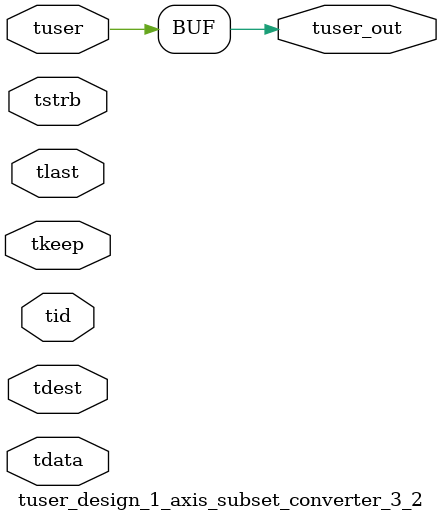
<source format=v>


`timescale 1ps/1ps

module tuser_design_1_axis_subset_converter_3_2 #
(
parameter C_S_AXIS_TUSER_WIDTH = 1,
parameter C_S_AXIS_TDATA_WIDTH = 32,
parameter C_S_AXIS_TID_WIDTH   = 0,
parameter C_S_AXIS_TDEST_WIDTH = 0,
parameter C_M_AXIS_TUSER_WIDTH = 1
)
(
input  [(C_S_AXIS_TUSER_WIDTH == 0 ? 1 : C_S_AXIS_TUSER_WIDTH)-1:0     ] tuser,
input  [(C_S_AXIS_TDATA_WIDTH == 0 ? 1 : C_S_AXIS_TDATA_WIDTH)-1:0     ] tdata,
input  [(C_S_AXIS_TID_WIDTH   == 0 ? 1 : C_S_AXIS_TID_WIDTH)-1:0       ] tid,
input  [(C_S_AXIS_TDEST_WIDTH == 0 ? 1 : C_S_AXIS_TDEST_WIDTH)-1:0     ] tdest,
input  [(C_S_AXIS_TDATA_WIDTH/8)-1:0 ] tkeep,
input  [(C_S_AXIS_TDATA_WIDTH/8)-1:0 ] tstrb,
input                                                                    tlast,
output [C_M_AXIS_TUSER_WIDTH-1:0] tuser_out
);

assign tuser_out = {tuser[0:0]};

endmodule


</source>
